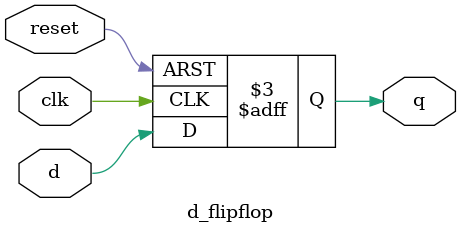
<source format=v>
`timescale 1ps/1ps

module d_flipflop (
    output reg q,
    input d, clk, reset
);
    always @(posedge clk or negedge reset) begin
        if (reset==1'b0)
            begin q<=1'b0; end
        else 
            begin q<=d; end
    end
    
endmodule
</source>
